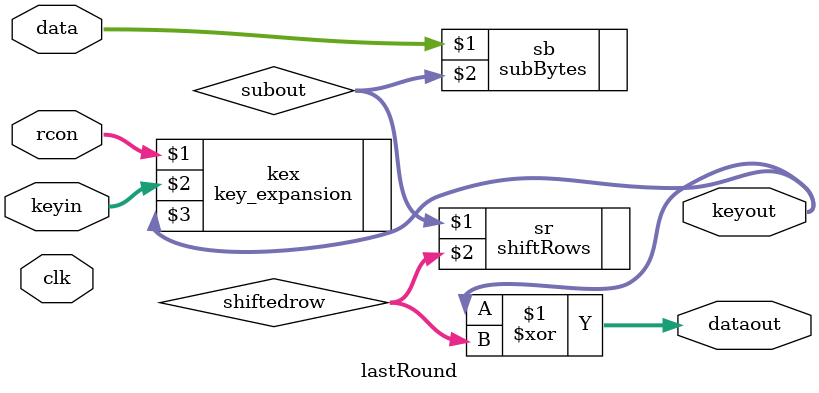
<source format=v>
`timescale 1ns / 1ps
module lastRound(input clk, input[31:0]rcon, input[127:0]keyin, input[127:0]data, output[127:0]keyout, output[127:0] dataout);

wire [127:0]subout, shiftedrow;
key_expansion kex(rcon,keyin,keyout);
subBytes sb(data, subout);
shiftRows sr(subout,shiftedrow);
assign dataout = keyout^shiftedrow;

endmodule

</source>
